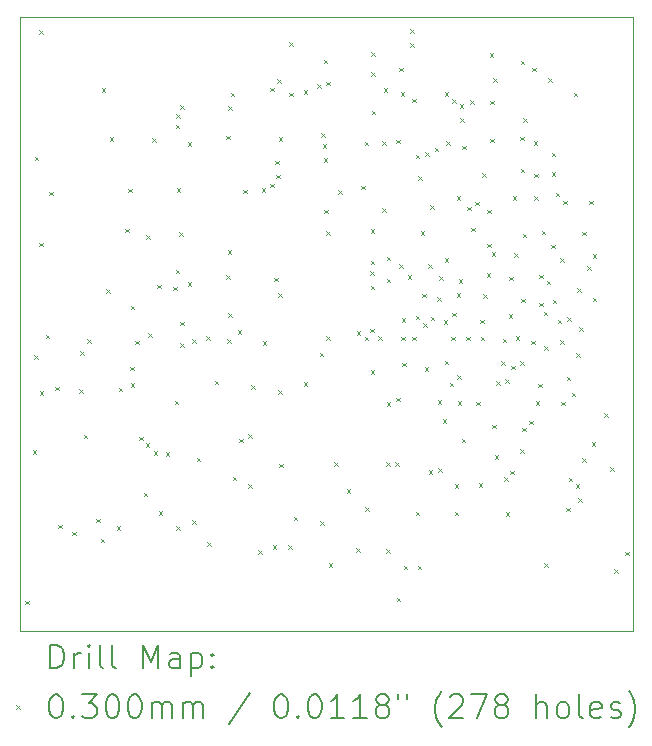
<source format=gbr>
%TF.GenerationSoftware,KiCad,Pcbnew,8.0.7*%
%TF.CreationDate,2025-01-04T02:12:27-08:00*%
%TF.ProjectId,PCB,5043422e-6b69-4636-9164-5f7063625858,rev?*%
%TF.SameCoordinates,Original*%
%TF.FileFunction,Drillmap*%
%TF.FilePolarity,Positive*%
%FSLAX45Y45*%
G04 Gerber Fmt 4.5, Leading zero omitted, Abs format (unit mm)*
G04 Created by KiCad (PCBNEW 8.0.7) date 2025-01-04 02:12:27*
%MOMM*%
%LPD*%
G01*
G04 APERTURE LIST*
%ADD10C,0.050000*%
%ADD11C,0.200000*%
%ADD12C,0.100000*%
G04 APERTURE END LIST*
D10*
X2003000Y-1515000D02*
X7191000Y-1515000D01*
X7191000Y-6713000D01*
X2003000Y-6713000D01*
X2003000Y-1515000D01*
D11*
D12*
X2048610Y-6452960D02*
X2078610Y-6482960D01*
X2078610Y-6452960D02*
X2048610Y-6482960D01*
X2111590Y-5181420D02*
X2141590Y-5211420D01*
X2141590Y-5181420D02*
X2111590Y-5211420D01*
X2122470Y-4375820D02*
X2152470Y-4405820D01*
X2152470Y-4375820D02*
X2122470Y-4405820D01*
X2128720Y-2693660D02*
X2158720Y-2723660D01*
X2158720Y-2693660D02*
X2128720Y-2723660D01*
X2168330Y-1621910D02*
X2198330Y-1651910D01*
X2198330Y-1621910D02*
X2168330Y-1651910D01*
X2168330Y-3423670D02*
X2198330Y-3453670D01*
X2198330Y-3423670D02*
X2168330Y-3453670D01*
X2170500Y-4680210D02*
X2200500Y-4710210D01*
X2200500Y-4680210D02*
X2170500Y-4710210D01*
X2221610Y-4202440D02*
X2251610Y-4232440D01*
X2251610Y-4202440D02*
X2221610Y-4232440D01*
X2253020Y-2991820D02*
X2283020Y-3021820D01*
X2283020Y-2991820D02*
X2253020Y-3021820D01*
X2303590Y-4642360D02*
X2333590Y-4672360D01*
X2333590Y-4642360D02*
X2303590Y-4672360D01*
X2325680Y-5811050D02*
X2355680Y-5841050D01*
X2355680Y-5811050D02*
X2325680Y-5841050D01*
X2443250Y-5869220D02*
X2473250Y-5899220D01*
X2473250Y-5869220D02*
X2443250Y-5899220D01*
X2505890Y-4663120D02*
X2535890Y-4693120D01*
X2535890Y-4663120D02*
X2505890Y-4693120D01*
X2513450Y-4343540D02*
X2543450Y-4373540D01*
X2543450Y-4343540D02*
X2513450Y-4373540D01*
X2544160Y-5049640D02*
X2574160Y-5079640D01*
X2574160Y-5049640D02*
X2544160Y-5079640D01*
X2573330Y-4238850D02*
X2603330Y-4268850D01*
X2603330Y-4238850D02*
X2573330Y-4268850D01*
X2648940Y-5757970D02*
X2678940Y-5787970D01*
X2678940Y-5757970D02*
X2648940Y-5787970D01*
X2685610Y-5929310D02*
X2715610Y-5959310D01*
X2715610Y-5929310D02*
X2685610Y-5959310D01*
X2695420Y-2115110D02*
X2725420Y-2145110D01*
X2725420Y-2115110D02*
X2695420Y-2145110D01*
X2734120Y-3818630D02*
X2764120Y-3848630D01*
X2764120Y-3818630D02*
X2734120Y-3848630D01*
X2761380Y-2527500D02*
X2791380Y-2557500D01*
X2791380Y-2527500D02*
X2761380Y-2557500D01*
X2821500Y-5822540D02*
X2851500Y-5852540D01*
X2851500Y-5822540D02*
X2821500Y-5852540D01*
X2838750Y-4648680D02*
X2868750Y-4678680D01*
X2868750Y-4648680D02*
X2838750Y-4678680D01*
X2892370Y-3305010D02*
X2922370Y-3335010D01*
X2922370Y-3305010D02*
X2892370Y-3335010D01*
X2920000Y-2966560D02*
X2950000Y-2996560D01*
X2950000Y-2966560D02*
X2920000Y-2996560D01*
X2938390Y-4472970D02*
X2968390Y-4502970D01*
X2968390Y-4472970D02*
X2938390Y-4502970D01*
X2939330Y-3957060D02*
X2969330Y-3987060D01*
X2969330Y-3957060D02*
X2939330Y-3987060D01*
X2940160Y-4612840D02*
X2970160Y-4642840D01*
X2970160Y-4612840D02*
X2940160Y-4642840D01*
X2978330Y-4251400D02*
X3008330Y-4281400D01*
X3008330Y-4251400D02*
X2978330Y-4281400D01*
X3014610Y-5065780D02*
X3044610Y-5095780D01*
X3044610Y-5065780D02*
X3014610Y-5095780D01*
X3051500Y-5540770D02*
X3081500Y-5570770D01*
X3081500Y-5540770D02*
X3051500Y-5570770D01*
X3069000Y-5122140D02*
X3099000Y-5152140D01*
X3099000Y-5122140D02*
X3069000Y-5152140D01*
X3070520Y-3361050D02*
X3100520Y-3391050D01*
X3100520Y-3361050D02*
X3070520Y-3391050D01*
X3090370Y-4191180D02*
X3120370Y-4221180D01*
X3120370Y-4191180D02*
X3090370Y-4221180D01*
X3123900Y-2540190D02*
X3153900Y-2570190D01*
X3153900Y-2540190D02*
X3123900Y-2570190D01*
X3135640Y-5188770D02*
X3165640Y-5218770D01*
X3165640Y-5188770D02*
X3135640Y-5218770D01*
X3164730Y-3779730D02*
X3194730Y-3809730D01*
X3194730Y-3779730D02*
X3164730Y-3809730D01*
X3176490Y-5696730D02*
X3206490Y-5726730D01*
X3206490Y-5696730D02*
X3176490Y-5726730D01*
X3237430Y-5198500D02*
X3267430Y-5228500D01*
X3267430Y-5198500D02*
X3237430Y-5228500D01*
X3299980Y-3794910D02*
X3329980Y-3824910D01*
X3329980Y-3794910D02*
X3299980Y-3824910D01*
X3312970Y-4761420D02*
X3342970Y-4791420D01*
X3342970Y-4761420D02*
X3312970Y-4791420D01*
X3320370Y-2423580D02*
X3350370Y-2453580D01*
X3350370Y-2423580D02*
X3320370Y-2453580D01*
X3322430Y-3652710D02*
X3352430Y-3682710D01*
X3352430Y-3652710D02*
X3322430Y-3682710D01*
X3324630Y-2335140D02*
X3354630Y-2365140D01*
X3354630Y-2335140D02*
X3324630Y-2365140D01*
X3327520Y-5821200D02*
X3357520Y-5851200D01*
X3357520Y-5821200D02*
X3327520Y-5851200D01*
X3330640Y-2963470D02*
X3360640Y-2993470D01*
X3360640Y-2963470D02*
X3330640Y-2993470D01*
X3353570Y-3331930D02*
X3383570Y-3361930D01*
X3383570Y-3331930D02*
X3353570Y-3361930D01*
X3358170Y-2258110D02*
X3388170Y-2288110D01*
X3388170Y-2258110D02*
X3358170Y-2288110D01*
X3361970Y-4091200D02*
X3391970Y-4121200D01*
X3391970Y-4091200D02*
X3361970Y-4121200D01*
X3361970Y-4272350D02*
X3391970Y-4302350D01*
X3391970Y-4272350D02*
X3361970Y-4302350D01*
X3423270Y-3757140D02*
X3453270Y-3787140D01*
X3453270Y-3757140D02*
X3423270Y-3787140D01*
X3424800Y-2573090D02*
X3454800Y-2603090D01*
X3454800Y-2573090D02*
X3424800Y-2603090D01*
X3462010Y-5771620D02*
X3492010Y-5801620D01*
X3492010Y-5771620D02*
X3462010Y-5801620D01*
X3463040Y-4240000D02*
X3493040Y-4270000D01*
X3493040Y-4240000D02*
X3463040Y-4270000D01*
X3500300Y-5244380D02*
X3530300Y-5274380D01*
X3530300Y-5244380D02*
X3500300Y-5274380D01*
X3579390Y-4214190D02*
X3609390Y-4244190D01*
X3609390Y-4214190D02*
X3579390Y-4244190D01*
X3586370Y-5959100D02*
X3616370Y-5989100D01*
X3616370Y-5959100D02*
X3586370Y-5989100D01*
X3651110Y-4591070D02*
X3681110Y-4621070D01*
X3681110Y-4591070D02*
X3651110Y-4621070D01*
X3747220Y-2518500D02*
X3777220Y-2548500D01*
X3777220Y-2518500D02*
X3747220Y-2548500D01*
X3750080Y-3697810D02*
X3780080Y-3727810D01*
X3780080Y-3697810D02*
X3750080Y-3727810D01*
X3756790Y-4239140D02*
X3786790Y-4269140D01*
X3786790Y-4239140D02*
X3756790Y-4269140D01*
X3760730Y-3486160D02*
X3790730Y-3516160D01*
X3790730Y-3486160D02*
X3760730Y-3516160D01*
X3764880Y-4019320D02*
X3794880Y-4049320D01*
X3794880Y-4019320D02*
X3764880Y-4049320D01*
X3766460Y-2268200D02*
X3796460Y-2298200D01*
X3796460Y-2268200D02*
X3766460Y-2298200D01*
X3788330Y-2151850D02*
X3818330Y-2181850D01*
X3818330Y-2151850D02*
X3788330Y-2181850D01*
X3803290Y-5403540D02*
X3833290Y-5433540D01*
X3833290Y-5403540D02*
X3803290Y-5433540D01*
X3847340Y-4165140D02*
X3877340Y-4195140D01*
X3877340Y-4165140D02*
X3847340Y-4195140D01*
X3861550Y-5082600D02*
X3891550Y-5112600D01*
X3891550Y-5082600D02*
X3861550Y-5112600D01*
X3891730Y-2972200D02*
X3921730Y-3002200D01*
X3921730Y-2972200D02*
X3891730Y-3002200D01*
X3934440Y-5465650D02*
X3964440Y-5495650D01*
X3964440Y-5465650D02*
X3934440Y-5495650D01*
X3937190Y-5044270D02*
X3967190Y-5074270D01*
X3967190Y-5044270D02*
X3937190Y-5074270D01*
X3961630Y-4629410D02*
X3991630Y-4659410D01*
X3991630Y-4629410D02*
X3961630Y-4659410D01*
X4021500Y-6024310D02*
X4051500Y-6054310D01*
X4051500Y-6024310D02*
X4021500Y-6054310D01*
X4051810Y-2961410D02*
X4081810Y-2991410D01*
X4081810Y-2961410D02*
X4051810Y-2991410D01*
X4060070Y-4258540D02*
X4090070Y-4288540D01*
X4090070Y-4258540D02*
X4060070Y-4288540D01*
X4120910Y-2109190D02*
X4150910Y-2139190D01*
X4150910Y-2109190D02*
X4120910Y-2139190D01*
X4123730Y-2921470D02*
X4153730Y-2951470D01*
X4153730Y-2921470D02*
X4123730Y-2951470D01*
X4141620Y-5986140D02*
X4171620Y-6016140D01*
X4171620Y-5986140D02*
X4141620Y-6016140D01*
X4154030Y-3718230D02*
X4184030Y-3748230D01*
X4184030Y-3718230D02*
X4154030Y-3748230D01*
X4164400Y-2728510D02*
X4194400Y-2758510D01*
X4194400Y-2728510D02*
X4164400Y-2758510D01*
X4173280Y-2845130D02*
X4203280Y-2875130D01*
X4203280Y-2845130D02*
X4173280Y-2875130D01*
X4179140Y-2037370D02*
X4209140Y-2067370D01*
X4209140Y-2037370D02*
X4179140Y-2067370D01*
X4189000Y-3848600D02*
X4219000Y-3878600D01*
X4219000Y-3848600D02*
X4189000Y-3878600D01*
X4191020Y-4670340D02*
X4221020Y-4700340D01*
X4221020Y-4670340D02*
X4191020Y-4700340D01*
X4193330Y-2528440D02*
X4223330Y-2558440D01*
X4223330Y-2528440D02*
X4193330Y-2558440D01*
X4200050Y-5292970D02*
X4230050Y-5322970D01*
X4230050Y-5292970D02*
X4200050Y-5322970D01*
X4276410Y-5986140D02*
X4306410Y-6016140D01*
X4306410Y-5986140D02*
X4276410Y-6016140D01*
X4280750Y-2153780D02*
X4310750Y-2183780D01*
X4310750Y-2153780D02*
X4280750Y-2183780D01*
X4280820Y-1726000D02*
X4310820Y-1756000D01*
X4310820Y-1726000D02*
X4280820Y-1756000D01*
X4322000Y-5743310D02*
X4352000Y-5773310D01*
X4352000Y-5743310D02*
X4322000Y-5773310D01*
X4403830Y-2133180D02*
X4433830Y-2163180D01*
X4433830Y-2133180D02*
X4403830Y-2163180D01*
X4407150Y-4605620D02*
X4437150Y-4635620D01*
X4437150Y-4605620D02*
X4407150Y-4635620D01*
X4519430Y-2079770D02*
X4549430Y-2109770D01*
X4549430Y-2079770D02*
X4519430Y-2109770D01*
X4539570Y-4352510D02*
X4569570Y-4382510D01*
X4569570Y-4352510D02*
X4539570Y-4382510D01*
X4543090Y-5782410D02*
X4573090Y-5812410D01*
X4573090Y-5782410D02*
X4543090Y-5812410D01*
X4554810Y-2495010D02*
X4584810Y-2525010D01*
X4584810Y-2495010D02*
X4554810Y-2525010D01*
X4566280Y-2588740D02*
X4596280Y-2618740D01*
X4596280Y-2588740D02*
X4566280Y-2618740D01*
X4574640Y-2708010D02*
X4604640Y-2738010D01*
X4604640Y-2708010D02*
X4574640Y-2738010D01*
X4576540Y-1872680D02*
X4606540Y-1902680D01*
X4606540Y-1872680D02*
X4576540Y-1902680D01*
X4578140Y-3143430D02*
X4608140Y-3173430D01*
X4608140Y-3143430D02*
X4578140Y-3173430D01*
X4595240Y-3323620D02*
X4625240Y-3353620D01*
X4625240Y-3323620D02*
X4595240Y-3353620D01*
X4598330Y-2060630D02*
X4628330Y-2090630D01*
X4628330Y-2060630D02*
X4598330Y-2090630D01*
X4598330Y-4212310D02*
X4628330Y-4242310D01*
X4628330Y-4212310D02*
X4598330Y-4242310D01*
X4616490Y-6135850D02*
X4646490Y-6165850D01*
X4646490Y-6135850D02*
X4616490Y-6165850D01*
X4665700Y-5279210D02*
X4695700Y-5309210D01*
X4695700Y-5279210D02*
X4665700Y-5309210D01*
X4698780Y-2979640D02*
X4728780Y-3009640D01*
X4728780Y-2979640D02*
X4698780Y-3009640D01*
X4769740Y-5510070D02*
X4799740Y-5540070D01*
X4799740Y-5510070D02*
X4769740Y-5540070D01*
X4850730Y-6007050D02*
X4880730Y-6037050D01*
X4880730Y-6007050D02*
X4850730Y-6037050D01*
X4855470Y-4173930D02*
X4885470Y-4203930D01*
X4885470Y-4173930D02*
X4855470Y-4203930D01*
X4891470Y-2940090D02*
X4921470Y-2970090D01*
X4921470Y-2940090D02*
X4891470Y-2970090D01*
X4922960Y-2567630D02*
X4952960Y-2597630D01*
X4952960Y-2567630D02*
X4922960Y-2597630D01*
X4923250Y-4219840D02*
X4953250Y-4249840D01*
X4953250Y-4219840D02*
X4923250Y-4249840D01*
X4927440Y-5661680D02*
X4957440Y-5691680D01*
X4957440Y-5661680D02*
X4927440Y-5691680D01*
X4966840Y-4149720D02*
X4996840Y-4179720D01*
X4996840Y-4149720D02*
X4966840Y-4179720D01*
X4968450Y-3666020D02*
X4998450Y-3696020D01*
X4998450Y-3666020D02*
X4968450Y-3696020D01*
X4972440Y-4499980D02*
X5002440Y-4529980D01*
X5002440Y-4499980D02*
X4972440Y-4529980D01*
X4972530Y-3788720D02*
X5002530Y-3818720D01*
X5002530Y-3788720D02*
X4972530Y-3818720D01*
X4973440Y-3307190D02*
X5003440Y-3337190D01*
X5003440Y-3307190D02*
X4973440Y-3337190D01*
X4973440Y-3574650D02*
X5003440Y-3604650D01*
X5003440Y-3574650D02*
X4973440Y-3604650D01*
X4974830Y-1810180D02*
X5004830Y-1840180D01*
X5004830Y-1810180D02*
X4974830Y-1840180D01*
X4978920Y-1977780D02*
X5008920Y-2007780D01*
X5008920Y-1977780D02*
X4978920Y-2007780D01*
X4980470Y-2303200D02*
X5010470Y-2333200D01*
X5010470Y-2303200D02*
X4980470Y-2333200D01*
X5037980Y-4216260D02*
X5067980Y-4246260D01*
X5067980Y-4216260D02*
X5037980Y-4246260D01*
X5069900Y-3129200D02*
X5099900Y-3159200D01*
X5099900Y-3129200D02*
X5069900Y-3159200D01*
X5072140Y-2561570D02*
X5102140Y-2591570D01*
X5102140Y-2561570D02*
X5072140Y-2591570D01*
X5081510Y-2113010D02*
X5111510Y-2143010D01*
X5111510Y-2113010D02*
X5081510Y-2143010D01*
X5103660Y-5279210D02*
X5133660Y-5309210D01*
X5133660Y-5279210D02*
X5103660Y-5309210D01*
X5103660Y-6018420D02*
X5133660Y-6048420D01*
X5133660Y-6018420D02*
X5103660Y-6048420D01*
X5108500Y-3541930D02*
X5138500Y-3571930D01*
X5138500Y-3541930D02*
X5108500Y-3571930D01*
X5108500Y-3727100D02*
X5138500Y-3757100D01*
X5138500Y-3727100D02*
X5108500Y-3757100D01*
X5108500Y-4773870D02*
X5138500Y-4803870D01*
X5138500Y-4773870D02*
X5108500Y-4803870D01*
X5181840Y-5279210D02*
X5211840Y-5309210D01*
X5211840Y-5279210D02*
X5181840Y-5309210D01*
X5188500Y-2549560D02*
X5218500Y-2579560D01*
X5218500Y-2549560D02*
X5188500Y-2579560D01*
X5188860Y-4733780D02*
X5218860Y-4763780D01*
X5218860Y-4733780D02*
X5188860Y-4763780D01*
X5193830Y-6428150D02*
X5223830Y-6458150D01*
X5223830Y-6428150D02*
X5193830Y-6458150D01*
X5212270Y-1941230D02*
X5242270Y-1971230D01*
X5242270Y-1941230D02*
X5212270Y-1971230D01*
X5212970Y-3606230D02*
X5242970Y-3636230D01*
X5242970Y-3606230D02*
X5212970Y-3636230D01*
X5225850Y-2148600D02*
X5255850Y-2178600D01*
X5255850Y-2148600D02*
X5225850Y-2178600D01*
X5232770Y-4216710D02*
X5262770Y-4246710D01*
X5262770Y-4216710D02*
X5232770Y-4246710D01*
X5233980Y-4061680D02*
X5263980Y-4091680D01*
X5263980Y-4061680D02*
X5233980Y-4091680D01*
X5238750Y-4438940D02*
X5268750Y-4468940D01*
X5268750Y-4438940D02*
X5238750Y-4468940D01*
X5252830Y-6159120D02*
X5282830Y-6189120D01*
X5282830Y-6159120D02*
X5252830Y-6189120D01*
X5285600Y-3699170D02*
X5315600Y-3729170D01*
X5315600Y-3699170D02*
X5285600Y-3729170D01*
X5305410Y-1616070D02*
X5335410Y-1646070D01*
X5335410Y-1616070D02*
X5305410Y-1646070D01*
X5305410Y-1732920D02*
X5335410Y-1762920D01*
X5335410Y-1732920D02*
X5305410Y-1762920D01*
X5322150Y-4216710D02*
X5352150Y-4246710D01*
X5352150Y-4216710D02*
X5322150Y-4246710D01*
X5324440Y-2202130D02*
X5354440Y-2232130D01*
X5354440Y-2202130D02*
X5324440Y-2232130D01*
X5353010Y-5699850D02*
X5383010Y-5729850D01*
X5383010Y-5699850D02*
X5353010Y-5729850D01*
X5353460Y-2676730D02*
X5383460Y-2706730D01*
X5383460Y-2676730D02*
X5353460Y-2706730D01*
X5353500Y-4041360D02*
X5383500Y-4071360D01*
X5383500Y-4041360D02*
X5353500Y-4071360D01*
X5370370Y-6159120D02*
X5400370Y-6189120D01*
X5400370Y-6159120D02*
X5370370Y-6189120D01*
X5373170Y-2861470D02*
X5403170Y-2891470D01*
X5403170Y-2861470D02*
X5373170Y-2891470D01*
X5395380Y-3325460D02*
X5425380Y-3355460D01*
X5425380Y-3325460D02*
X5395380Y-3355460D01*
X5408770Y-3852890D02*
X5438770Y-3882890D01*
X5438770Y-3852890D02*
X5408770Y-3882890D01*
X5418380Y-4106270D02*
X5448380Y-4136270D01*
X5448380Y-4106270D02*
X5418380Y-4136270D01*
X5429930Y-4478590D02*
X5459930Y-4508590D01*
X5459930Y-4478590D02*
X5429930Y-4508590D01*
X5435580Y-2655040D02*
X5465580Y-2685040D01*
X5465580Y-2655040D02*
X5435580Y-2685040D01*
X5461170Y-3606190D02*
X5491170Y-3636190D01*
X5491170Y-3606190D02*
X5461170Y-3636190D01*
X5463920Y-5346780D02*
X5493920Y-5376780D01*
X5493920Y-5346780D02*
X5463920Y-5376780D01*
X5477910Y-3104470D02*
X5507910Y-3134470D01*
X5507910Y-3104470D02*
X5477910Y-3134470D01*
X5479900Y-4050240D02*
X5509900Y-4080240D01*
X5509900Y-4050240D02*
X5479900Y-4080240D01*
X5516250Y-2618090D02*
X5546250Y-2648090D01*
X5546250Y-2618090D02*
X5516250Y-2648090D01*
X5534500Y-3884050D02*
X5564500Y-3914050D01*
X5564500Y-3884050D02*
X5534500Y-3914050D01*
X5540490Y-4754530D02*
X5570490Y-4784530D01*
X5570490Y-4754530D02*
X5540490Y-4784530D01*
X5542100Y-5330420D02*
X5572100Y-5360420D01*
X5572100Y-5330420D02*
X5542100Y-5360420D01*
X5551100Y-3708170D02*
X5581100Y-3738170D01*
X5581100Y-3708170D02*
X5551100Y-3738170D01*
X5582060Y-4916410D02*
X5612060Y-4946410D01*
X5612060Y-4916410D02*
X5582060Y-4946410D01*
X5591950Y-4077720D02*
X5621950Y-4107720D01*
X5621950Y-4077720D02*
X5591950Y-4107720D01*
X5598500Y-3553320D02*
X5628500Y-3583320D01*
X5628500Y-3553320D02*
X5598500Y-3583320D01*
X5598500Y-4420370D02*
X5628500Y-4450370D01*
X5628500Y-4420370D02*
X5598500Y-4450370D01*
X5598940Y-2149850D02*
X5628940Y-2179850D01*
X5628940Y-2149850D02*
X5598940Y-2179850D01*
X5612750Y-2562990D02*
X5642750Y-2592990D01*
X5642750Y-2562990D02*
X5612750Y-2592990D01*
X5641330Y-4607680D02*
X5671330Y-4637680D01*
X5671330Y-4607680D02*
X5641330Y-4637680D01*
X5653400Y-4216710D02*
X5683400Y-4246710D01*
X5683400Y-4216710D02*
X5653400Y-4246710D01*
X5660630Y-2206010D02*
X5690630Y-2236010D01*
X5690630Y-2206010D02*
X5660630Y-2236010D01*
X5664500Y-4016140D02*
X5694500Y-4046140D01*
X5694500Y-4016140D02*
X5664500Y-4046140D01*
X5682720Y-5469000D02*
X5712720Y-5499000D01*
X5712720Y-5469000D02*
X5682720Y-5499000D01*
X5682720Y-5699850D02*
X5712720Y-5729850D01*
X5712720Y-5699850D02*
X5682720Y-5729850D01*
X5700540Y-3028340D02*
X5730540Y-3058340D01*
X5730540Y-3028340D02*
X5700540Y-3058340D01*
X5701340Y-3848640D02*
X5731340Y-3878640D01*
X5731340Y-3848640D02*
X5701340Y-3878640D01*
X5705800Y-4546600D02*
X5735800Y-4576600D01*
X5735800Y-4546600D02*
X5705800Y-4576600D01*
X5710320Y-4765060D02*
X5740320Y-4795060D01*
X5740320Y-4765060D02*
X5710320Y-4795060D01*
X5718280Y-3729690D02*
X5748280Y-3759690D01*
X5748280Y-3729690D02*
X5718280Y-3759690D01*
X5726770Y-2250450D02*
X5756770Y-2280450D01*
X5756770Y-2250450D02*
X5726770Y-2280450D01*
X5729060Y-2369670D02*
X5759060Y-2399670D01*
X5759060Y-2369670D02*
X5729060Y-2399670D01*
X5743560Y-5081390D02*
X5773560Y-5111390D01*
X5773560Y-5081390D02*
X5743560Y-5111390D01*
X5745480Y-2600060D02*
X5775480Y-2630060D01*
X5775480Y-2600060D02*
X5745480Y-2630060D01*
X5779500Y-4216710D02*
X5809500Y-4246710D01*
X5809500Y-4216710D02*
X5779500Y-4246710D01*
X5791900Y-3119750D02*
X5821900Y-3149750D01*
X5821900Y-3119750D02*
X5791900Y-3149750D01*
X5813890Y-2214730D02*
X5843890Y-2244730D01*
X5843890Y-2214730D02*
X5813890Y-2244730D01*
X5822030Y-3296490D02*
X5852030Y-3326490D01*
X5852030Y-3296490D02*
X5822030Y-3326490D01*
X5857560Y-3074850D02*
X5887560Y-3104850D01*
X5887560Y-3074850D02*
X5857560Y-3104850D01*
X5866870Y-4770460D02*
X5896870Y-4800460D01*
X5896870Y-4770460D02*
X5866870Y-4800460D01*
X5886400Y-5457930D02*
X5916400Y-5487930D01*
X5916400Y-5457930D02*
X5886400Y-5487930D01*
X5901760Y-4074430D02*
X5931760Y-4104430D01*
X5931760Y-4074430D02*
X5901760Y-4104430D01*
X5903550Y-4216710D02*
X5933550Y-4246710D01*
X5933550Y-4216710D02*
X5903550Y-4246710D01*
X5916040Y-2833770D02*
X5946040Y-2863770D01*
X5946040Y-2833770D02*
X5916040Y-2863770D01*
X5927260Y-3859320D02*
X5957260Y-3889320D01*
X5957260Y-3859320D02*
X5927260Y-3889320D01*
X5953110Y-3680760D02*
X5983110Y-3710760D01*
X5983110Y-3680760D02*
X5953110Y-3710760D01*
X5956920Y-3432420D02*
X5986920Y-3462420D01*
X5986920Y-3432420D02*
X5956920Y-3462420D01*
X5960730Y-3143590D02*
X5990730Y-3173590D01*
X5990730Y-3143590D02*
X5960730Y-3173590D01*
X5981510Y-1819520D02*
X6011510Y-1849520D01*
X6011510Y-1819520D02*
X5981510Y-1849520D01*
X5983100Y-2221360D02*
X6013100Y-2251360D01*
X6013100Y-2221360D02*
X5983100Y-2251360D01*
X5983100Y-2541840D02*
X6013100Y-2571840D01*
X6013100Y-2541840D02*
X5983100Y-2571840D01*
X5998960Y-3503880D02*
X6028960Y-3533880D01*
X6028960Y-3503880D02*
X5998960Y-3533880D01*
X6002240Y-4962670D02*
X6032240Y-4992670D01*
X6032240Y-4962670D02*
X6002240Y-4992670D01*
X6011090Y-2028120D02*
X6041090Y-2058120D01*
X6041090Y-2028120D02*
X6011090Y-2058120D01*
X6022830Y-5223340D02*
X6052830Y-5253340D01*
X6052830Y-5223340D02*
X6022830Y-5253340D01*
X6033390Y-4593820D02*
X6063390Y-4623820D01*
X6063390Y-4593820D02*
X6033390Y-4623820D01*
X6077420Y-4425220D02*
X6107420Y-4455220D01*
X6107420Y-4425220D02*
X6077420Y-4455220D01*
X6088500Y-4235500D02*
X6118500Y-4265500D01*
X6118500Y-4235500D02*
X6088500Y-4265500D01*
X6104380Y-5410300D02*
X6134380Y-5440300D01*
X6134380Y-5410300D02*
X6104380Y-5440300D01*
X6111570Y-4579740D02*
X6141570Y-4609740D01*
X6141570Y-4579740D02*
X6111570Y-4609740D01*
X6117250Y-5706630D02*
X6147250Y-5736630D01*
X6147250Y-5706630D02*
X6117250Y-5736630D01*
X6141630Y-4026130D02*
X6171630Y-4056130D01*
X6171630Y-4026130D02*
X6141630Y-4056130D01*
X6147560Y-3710110D02*
X6177560Y-3740110D01*
X6177560Y-3710110D02*
X6147560Y-3740110D01*
X6155840Y-5351190D02*
X6185840Y-5381190D01*
X6185840Y-5351190D02*
X6155840Y-5381190D01*
X6160510Y-4462410D02*
X6190510Y-4492410D01*
X6190510Y-4462410D02*
X6160510Y-4492410D01*
X6175060Y-3027330D02*
X6205060Y-3057330D01*
X6205060Y-3027330D02*
X6175060Y-3057330D01*
X6185900Y-3511780D02*
X6215900Y-3541780D01*
X6215900Y-3511780D02*
X6185900Y-3541780D01*
X6198890Y-4212610D02*
X6228890Y-4242610D01*
X6228890Y-4212610D02*
X6198890Y-4242610D01*
X6236760Y-4426510D02*
X6266760Y-4456510D01*
X6266760Y-4426510D02*
X6236760Y-4456510D01*
X6239790Y-2526720D02*
X6269790Y-2556720D01*
X6269790Y-2526720D02*
X6239790Y-2556720D01*
X6240600Y-5172400D02*
X6270600Y-5202400D01*
X6270600Y-5172400D02*
X6240600Y-5202400D01*
X6241870Y-2798080D02*
X6271870Y-2828080D01*
X6271870Y-2798080D02*
X6241870Y-2828080D01*
X6244710Y-1880610D02*
X6274710Y-1910610D01*
X6274710Y-1880610D02*
X6244710Y-1910610D01*
X6244820Y-3896740D02*
X6274820Y-3926740D01*
X6274820Y-3896740D02*
X6244820Y-3926740D01*
X6255970Y-4989390D02*
X6285970Y-5019390D01*
X6285970Y-4989390D02*
X6255970Y-5019390D01*
X6258250Y-3348400D02*
X6288250Y-3378400D01*
X6288250Y-3348400D02*
X6258250Y-3378400D01*
X6262130Y-2369520D02*
X6292130Y-2399520D01*
X6292130Y-2369520D02*
X6262130Y-2399520D01*
X6315850Y-4929500D02*
X6345850Y-4959500D01*
X6345850Y-4929500D02*
X6315850Y-4959500D01*
X6333500Y-4253200D02*
X6363500Y-4283200D01*
X6363500Y-4253200D02*
X6333500Y-4283200D01*
X6338650Y-1941230D02*
X6368650Y-1971230D01*
X6368650Y-1941230D02*
X6338650Y-1971230D01*
X6352830Y-2563130D02*
X6382830Y-2593130D01*
X6382830Y-2563130D02*
X6352830Y-2593130D01*
X6355250Y-2837110D02*
X6385250Y-2867110D01*
X6385250Y-2837110D02*
X6355250Y-2867110D01*
X6355250Y-3028990D02*
X6385250Y-3058990D01*
X6385250Y-3028990D02*
X6355250Y-3058990D01*
X6368210Y-4766460D02*
X6398210Y-4796460D01*
X6398210Y-4766460D02*
X6368210Y-4796460D01*
X6392060Y-4616270D02*
X6422060Y-4646270D01*
X6422060Y-4616270D02*
X6392060Y-4646270D01*
X6397690Y-3692270D02*
X6427690Y-3722270D01*
X6427690Y-3692270D02*
X6397690Y-3722270D01*
X6398920Y-3929600D02*
X6428920Y-3959600D01*
X6428920Y-3929600D02*
X6398920Y-3959600D01*
X6422080Y-3322710D02*
X6452080Y-3352710D01*
X6452080Y-3322710D02*
X6422080Y-3352710D01*
X6435620Y-4005750D02*
X6465620Y-4035750D01*
X6465620Y-4005750D02*
X6435620Y-4035750D01*
X6439570Y-6134840D02*
X6469570Y-6164840D01*
X6469570Y-6134840D02*
X6439570Y-6164840D01*
X6442780Y-4299430D02*
X6472780Y-4329430D01*
X6472780Y-4299430D02*
X6442780Y-4329430D01*
X6461220Y-3744390D02*
X6491220Y-3774390D01*
X6491220Y-3744390D02*
X6461220Y-3774390D01*
X6474610Y-2028120D02*
X6504610Y-2058120D01*
X6504610Y-2028120D02*
X6474610Y-2058120D01*
X6502480Y-3440030D02*
X6532480Y-3470030D01*
X6532480Y-3440030D02*
X6502480Y-3470030D01*
X6505060Y-2662320D02*
X6535060Y-2692320D01*
X6535060Y-2662320D02*
X6505060Y-2692320D01*
X6507100Y-2825060D02*
X6537100Y-2855060D01*
X6537100Y-2825060D02*
X6507100Y-2855060D01*
X6514500Y-3904110D02*
X6544500Y-3934110D01*
X6544500Y-3904110D02*
X6514500Y-3934110D01*
X6540690Y-2999230D02*
X6570690Y-3029230D01*
X6570690Y-2999230D02*
X6540690Y-3029230D01*
X6556710Y-4075940D02*
X6586710Y-4105940D01*
X6586710Y-4075940D02*
X6556710Y-4105940D01*
X6578500Y-3553870D02*
X6608500Y-3583870D01*
X6608500Y-3553870D02*
X6578500Y-3583870D01*
X6578500Y-4246950D02*
X6608500Y-4276950D01*
X6608500Y-4246950D02*
X6578500Y-4276950D01*
X6586460Y-4769290D02*
X6616460Y-4799290D01*
X6616460Y-4769290D02*
X6586460Y-4799290D01*
X6601320Y-3068270D02*
X6631320Y-3098270D01*
X6631320Y-3068270D02*
X6601320Y-3098270D01*
X6629040Y-5666840D02*
X6659040Y-5696840D01*
X6659040Y-5666840D02*
X6629040Y-5696840D01*
X6630650Y-4559090D02*
X6660650Y-4589090D01*
X6660650Y-4559090D02*
X6630650Y-4589090D01*
X6634890Y-4054040D02*
X6664890Y-4084040D01*
X6664890Y-4054040D02*
X6634890Y-4084040D01*
X6650540Y-5412950D02*
X6680540Y-5442950D01*
X6680540Y-5412950D02*
X6650540Y-5442950D01*
X6674530Y-4692820D02*
X6704530Y-4722820D01*
X6704530Y-4692820D02*
X6674530Y-4722820D01*
X6690130Y-2152290D02*
X6720130Y-2182290D01*
X6720130Y-2152290D02*
X6690130Y-2182290D01*
X6706880Y-5467180D02*
X6736880Y-5497180D01*
X6736880Y-5467180D02*
X6706880Y-5497180D01*
X6711180Y-4359620D02*
X6741180Y-4389620D01*
X6741180Y-4359620D02*
X6711180Y-4389620D01*
X6719370Y-3810020D02*
X6749370Y-3840020D01*
X6749370Y-3810020D02*
X6719370Y-3840020D01*
X6731130Y-5585380D02*
X6761130Y-5615380D01*
X6761130Y-5585380D02*
X6731130Y-5615380D01*
X6737900Y-4136530D02*
X6767900Y-4166530D01*
X6767900Y-4136530D02*
X6737900Y-4166530D01*
X6761690Y-5247920D02*
X6791690Y-5277920D01*
X6791690Y-5247920D02*
X6761690Y-5277920D01*
X6763900Y-3329850D02*
X6793900Y-3359850D01*
X6793900Y-3329850D02*
X6763900Y-3359850D01*
X6805950Y-3621410D02*
X6835950Y-3651410D01*
X6835950Y-3621410D02*
X6805950Y-3651410D01*
X6821890Y-3065390D02*
X6851890Y-3095390D01*
X6851890Y-3065390D02*
X6821890Y-3095390D01*
X6843960Y-5111660D02*
X6873960Y-5141660D01*
X6873960Y-5111660D02*
X6843960Y-5141660D01*
X6852570Y-3520220D02*
X6882570Y-3550220D01*
X6882570Y-3520220D02*
X6852570Y-3550220D01*
X6852570Y-3889490D02*
X6882570Y-3919490D01*
X6882570Y-3889490D02*
X6852570Y-3919490D01*
X6951120Y-4868190D02*
X6981120Y-4898190D01*
X6981120Y-4868190D02*
X6951120Y-4898190D01*
X7000210Y-5322090D02*
X7030210Y-5352090D01*
X7030210Y-5322090D02*
X7000210Y-5352090D01*
X7035950Y-6188780D02*
X7065950Y-6218780D01*
X7065950Y-6188780D02*
X7035950Y-6218780D01*
X7126620Y-6038500D02*
X7156620Y-6068500D01*
X7156620Y-6038500D02*
X7126620Y-6068500D01*
D11*
X2261277Y-7026984D02*
X2261277Y-6826984D01*
X2261277Y-6826984D02*
X2308896Y-6826984D01*
X2308896Y-6826984D02*
X2337467Y-6836508D01*
X2337467Y-6836508D02*
X2356515Y-6855555D01*
X2356515Y-6855555D02*
X2366039Y-6874603D01*
X2366039Y-6874603D02*
X2375563Y-6912698D01*
X2375563Y-6912698D02*
X2375563Y-6941269D01*
X2375563Y-6941269D02*
X2366039Y-6979365D01*
X2366039Y-6979365D02*
X2356515Y-6998412D01*
X2356515Y-6998412D02*
X2337467Y-7017460D01*
X2337467Y-7017460D02*
X2308896Y-7026984D01*
X2308896Y-7026984D02*
X2261277Y-7026984D01*
X2461277Y-7026984D02*
X2461277Y-6893650D01*
X2461277Y-6931746D02*
X2470801Y-6912698D01*
X2470801Y-6912698D02*
X2480324Y-6903174D01*
X2480324Y-6903174D02*
X2499372Y-6893650D01*
X2499372Y-6893650D02*
X2518420Y-6893650D01*
X2585086Y-7026984D02*
X2585086Y-6893650D01*
X2585086Y-6826984D02*
X2575563Y-6836508D01*
X2575563Y-6836508D02*
X2585086Y-6846031D01*
X2585086Y-6846031D02*
X2594610Y-6836508D01*
X2594610Y-6836508D02*
X2585086Y-6826984D01*
X2585086Y-6826984D02*
X2585086Y-6846031D01*
X2708896Y-7026984D02*
X2689848Y-7017460D01*
X2689848Y-7017460D02*
X2680324Y-6998412D01*
X2680324Y-6998412D02*
X2680324Y-6826984D01*
X2813658Y-7026984D02*
X2794610Y-7017460D01*
X2794610Y-7017460D02*
X2785086Y-6998412D01*
X2785086Y-6998412D02*
X2785086Y-6826984D01*
X3042229Y-7026984D02*
X3042229Y-6826984D01*
X3042229Y-6826984D02*
X3108896Y-6969841D01*
X3108896Y-6969841D02*
X3175562Y-6826984D01*
X3175562Y-6826984D02*
X3175562Y-7026984D01*
X3356515Y-7026984D02*
X3356515Y-6922222D01*
X3356515Y-6922222D02*
X3346991Y-6903174D01*
X3346991Y-6903174D02*
X3327943Y-6893650D01*
X3327943Y-6893650D02*
X3289848Y-6893650D01*
X3289848Y-6893650D02*
X3270801Y-6903174D01*
X3356515Y-7017460D02*
X3337467Y-7026984D01*
X3337467Y-7026984D02*
X3289848Y-7026984D01*
X3289848Y-7026984D02*
X3270801Y-7017460D01*
X3270801Y-7017460D02*
X3261277Y-6998412D01*
X3261277Y-6998412D02*
X3261277Y-6979365D01*
X3261277Y-6979365D02*
X3270801Y-6960317D01*
X3270801Y-6960317D02*
X3289848Y-6950793D01*
X3289848Y-6950793D02*
X3337467Y-6950793D01*
X3337467Y-6950793D02*
X3356515Y-6941269D01*
X3451753Y-6893650D02*
X3451753Y-7093650D01*
X3451753Y-6903174D02*
X3470801Y-6893650D01*
X3470801Y-6893650D02*
X3508896Y-6893650D01*
X3508896Y-6893650D02*
X3527943Y-6903174D01*
X3527943Y-6903174D02*
X3537467Y-6912698D01*
X3537467Y-6912698D02*
X3546991Y-6931746D01*
X3546991Y-6931746D02*
X3546991Y-6988888D01*
X3546991Y-6988888D02*
X3537467Y-7007936D01*
X3537467Y-7007936D02*
X3527943Y-7017460D01*
X3527943Y-7017460D02*
X3508896Y-7026984D01*
X3508896Y-7026984D02*
X3470801Y-7026984D01*
X3470801Y-7026984D02*
X3451753Y-7017460D01*
X3632705Y-7007936D02*
X3642229Y-7017460D01*
X3642229Y-7017460D02*
X3632705Y-7026984D01*
X3632705Y-7026984D02*
X3623182Y-7017460D01*
X3623182Y-7017460D02*
X3632705Y-7007936D01*
X3632705Y-7007936D02*
X3632705Y-7026984D01*
X3632705Y-6903174D02*
X3642229Y-6912698D01*
X3642229Y-6912698D02*
X3632705Y-6922222D01*
X3632705Y-6922222D02*
X3623182Y-6912698D01*
X3623182Y-6912698D02*
X3632705Y-6903174D01*
X3632705Y-6903174D02*
X3632705Y-6922222D01*
D12*
X1970500Y-7340500D02*
X2000500Y-7370500D01*
X2000500Y-7340500D02*
X1970500Y-7370500D01*
D11*
X2299372Y-7246984D02*
X2318420Y-7246984D01*
X2318420Y-7246984D02*
X2337467Y-7256508D01*
X2337467Y-7256508D02*
X2346991Y-7266031D01*
X2346991Y-7266031D02*
X2356515Y-7285079D01*
X2356515Y-7285079D02*
X2366039Y-7323174D01*
X2366039Y-7323174D02*
X2366039Y-7370793D01*
X2366039Y-7370793D02*
X2356515Y-7408888D01*
X2356515Y-7408888D02*
X2346991Y-7427936D01*
X2346991Y-7427936D02*
X2337467Y-7437460D01*
X2337467Y-7437460D02*
X2318420Y-7446984D01*
X2318420Y-7446984D02*
X2299372Y-7446984D01*
X2299372Y-7446984D02*
X2280324Y-7437460D01*
X2280324Y-7437460D02*
X2270801Y-7427936D01*
X2270801Y-7427936D02*
X2261277Y-7408888D01*
X2261277Y-7408888D02*
X2251753Y-7370793D01*
X2251753Y-7370793D02*
X2251753Y-7323174D01*
X2251753Y-7323174D02*
X2261277Y-7285079D01*
X2261277Y-7285079D02*
X2270801Y-7266031D01*
X2270801Y-7266031D02*
X2280324Y-7256508D01*
X2280324Y-7256508D02*
X2299372Y-7246984D01*
X2451753Y-7427936D02*
X2461277Y-7437460D01*
X2461277Y-7437460D02*
X2451753Y-7446984D01*
X2451753Y-7446984D02*
X2442229Y-7437460D01*
X2442229Y-7437460D02*
X2451753Y-7427936D01*
X2451753Y-7427936D02*
X2451753Y-7446984D01*
X2527944Y-7246984D02*
X2651753Y-7246984D01*
X2651753Y-7246984D02*
X2585086Y-7323174D01*
X2585086Y-7323174D02*
X2613658Y-7323174D01*
X2613658Y-7323174D02*
X2632705Y-7332698D01*
X2632705Y-7332698D02*
X2642229Y-7342222D01*
X2642229Y-7342222D02*
X2651753Y-7361269D01*
X2651753Y-7361269D02*
X2651753Y-7408888D01*
X2651753Y-7408888D02*
X2642229Y-7427936D01*
X2642229Y-7427936D02*
X2632705Y-7437460D01*
X2632705Y-7437460D02*
X2613658Y-7446984D01*
X2613658Y-7446984D02*
X2556515Y-7446984D01*
X2556515Y-7446984D02*
X2537467Y-7437460D01*
X2537467Y-7437460D02*
X2527944Y-7427936D01*
X2775563Y-7246984D02*
X2794610Y-7246984D01*
X2794610Y-7246984D02*
X2813658Y-7256508D01*
X2813658Y-7256508D02*
X2823182Y-7266031D01*
X2823182Y-7266031D02*
X2832705Y-7285079D01*
X2832705Y-7285079D02*
X2842229Y-7323174D01*
X2842229Y-7323174D02*
X2842229Y-7370793D01*
X2842229Y-7370793D02*
X2832705Y-7408888D01*
X2832705Y-7408888D02*
X2823182Y-7427936D01*
X2823182Y-7427936D02*
X2813658Y-7437460D01*
X2813658Y-7437460D02*
X2794610Y-7446984D01*
X2794610Y-7446984D02*
X2775563Y-7446984D01*
X2775563Y-7446984D02*
X2756515Y-7437460D01*
X2756515Y-7437460D02*
X2746991Y-7427936D01*
X2746991Y-7427936D02*
X2737467Y-7408888D01*
X2737467Y-7408888D02*
X2727944Y-7370793D01*
X2727944Y-7370793D02*
X2727944Y-7323174D01*
X2727944Y-7323174D02*
X2737467Y-7285079D01*
X2737467Y-7285079D02*
X2746991Y-7266031D01*
X2746991Y-7266031D02*
X2756515Y-7256508D01*
X2756515Y-7256508D02*
X2775563Y-7246984D01*
X2966039Y-7246984D02*
X2985086Y-7246984D01*
X2985086Y-7246984D02*
X3004134Y-7256508D01*
X3004134Y-7256508D02*
X3013658Y-7266031D01*
X3013658Y-7266031D02*
X3023182Y-7285079D01*
X3023182Y-7285079D02*
X3032705Y-7323174D01*
X3032705Y-7323174D02*
X3032705Y-7370793D01*
X3032705Y-7370793D02*
X3023182Y-7408888D01*
X3023182Y-7408888D02*
X3013658Y-7427936D01*
X3013658Y-7427936D02*
X3004134Y-7437460D01*
X3004134Y-7437460D02*
X2985086Y-7446984D01*
X2985086Y-7446984D02*
X2966039Y-7446984D01*
X2966039Y-7446984D02*
X2946991Y-7437460D01*
X2946991Y-7437460D02*
X2937467Y-7427936D01*
X2937467Y-7427936D02*
X2927943Y-7408888D01*
X2927943Y-7408888D02*
X2918420Y-7370793D01*
X2918420Y-7370793D02*
X2918420Y-7323174D01*
X2918420Y-7323174D02*
X2927943Y-7285079D01*
X2927943Y-7285079D02*
X2937467Y-7266031D01*
X2937467Y-7266031D02*
X2946991Y-7256508D01*
X2946991Y-7256508D02*
X2966039Y-7246984D01*
X3118420Y-7446984D02*
X3118420Y-7313650D01*
X3118420Y-7332698D02*
X3127943Y-7323174D01*
X3127943Y-7323174D02*
X3146991Y-7313650D01*
X3146991Y-7313650D02*
X3175563Y-7313650D01*
X3175563Y-7313650D02*
X3194610Y-7323174D01*
X3194610Y-7323174D02*
X3204134Y-7342222D01*
X3204134Y-7342222D02*
X3204134Y-7446984D01*
X3204134Y-7342222D02*
X3213658Y-7323174D01*
X3213658Y-7323174D02*
X3232705Y-7313650D01*
X3232705Y-7313650D02*
X3261277Y-7313650D01*
X3261277Y-7313650D02*
X3280324Y-7323174D01*
X3280324Y-7323174D02*
X3289848Y-7342222D01*
X3289848Y-7342222D02*
X3289848Y-7446984D01*
X3385086Y-7446984D02*
X3385086Y-7313650D01*
X3385086Y-7332698D02*
X3394610Y-7323174D01*
X3394610Y-7323174D02*
X3413658Y-7313650D01*
X3413658Y-7313650D02*
X3442229Y-7313650D01*
X3442229Y-7313650D02*
X3461277Y-7323174D01*
X3461277Y-7323174D02*
X3470801Y-7342222D01*
X3470801Y-7342222D02*
X3470801Y-7446984D01*
X3470801Y-7342222D02*
X3480324Y-7323174D01*
X3480324Y-7323174D02*
X3499372Y-7313650D01*
X3499372Y-7313650D02*
X3527943Y-7313650D01*
X3527943Y-7313650D02*
X3546991Y-7323174D01*
X3546991Y-7323174D02*
X3556515Y-7342222D01*
X3556515Y-7342222D02*
X3556515Y-7446984D01*
X3946991Y-7237460D02*
X3775563Y-7494603D01*
X4204134Y-7246984D02*
X4223182Y-7246984D01*
X4223182Y-7246984D02*
X4242229Y-7256508D01*
X4242229Y-7256508D02*
X4251753Y-7266031D01*
X4251753Y-7266031D02*
X4261277Y-7285079D01*
X4261277Y-7285079D02*
X4270801Y-7323174D01*
X4270801Y-7323174D02*
X4270801Y-7370793D01*
X4270801Y-7370793D02*
X4261277Y-7408888D01*
X4261277Y-7408888D02*
X4251753Y-7427936D01*
X4251753Y-7427936D02*
X4242229Y-7437460D01*
X4242229Y-7437460D02*
X4223182Y-7446984D01*
X4223182Y-7446984D02*
X4204134Y-7446984D01*
X4204134Y-7446984D02*
X4185086Y-7437460D01*
X4185086Y-7437460D02*
X4175563Y-7427936D01*
X4175563Y-7427936D02*
X4166039Y-7408888D01*
X4166039Y-7408888D02*
X4156515Y-7370793D01*
X4156515Y-7370793D02*
X4156515Y-7323174D01*
X4156515Y-7323174D02*
X4166039Y-7285079D01*
X4166039Y-7285079D02*
X4175563Y-7266031D01*
X4175563Y-7266031D02*
X4185086Y-7256508D01*
X4185086Y-7256508D02*
X4204134Y-7246984D01*
X4356515Y-7427936D02*
X4366039Y-7437460D01*
X4366039Y-7437460D02*
X4356515Y-7446984D01*
X4356515Y-7446984D02*
X4346991Y-7437460D01*
X4346991Y-7437460D02*
X4356515Y-7427936D01*
X4356515Y-7427936D02*
X4356515Y-7446984D01*
X4489848Y-7246984D02*
X4508896Y-7246984D01*
X4508896Y-7246984D02*
X4527944Y-7256508D01*
X4527944Y-7256508D02*
X4537468Y-7266031D01*
X4537468Y-7266031D02*
X4546991Y-7285079D01*
X4546991Y-7285079D02*
X4556515Y-7323174D01*
X4556515Y-7323174D02*
X4556515Y-7370793D01*
X4556515Y-7370793D02*
X4546991Y-7408888D01*
X4546991Y-7408888D02*
X4537468Y-7427936D01*
X4537468Y-7427936D02*
X4527944Y-7437460D01*
X4527944Y-7437460D02*
X4508896Y-7446984D01*
X4508896Y-7446984D02*
X4489848Y-7446984D01*
X4489848Y-7446984D02*
X4470801Y-7437460D01*
X4470801Y-7437460D02*
X4461277Y-7427936D01*
X4461277Y-7427936D02*
X4451753Y-7408888D01*
X4451753Y-7408888D02*
X4442229Y-7370793D01*
X4442229Y-7370793D02*
X4442229Y-7323174D01*
X4442229Y-7323174D02*
X4451753Y-7285079D01*
X4451753Y-7285079D02*
X4461277Y-7266031D01*
X4461277Y-7266031D02*
X4470801Y-7256508D01*
X4470801Y-7256508D02*
X4489848Y-7246984D01*
X4746991Y-7446984D02*
X4632706Y-7446984D01*
X4689848Y-7446984D02*
X4689848Y-7246984D01*
X4689848Y-7246984D02*
X4670801Y-7275555D01*
X4670801Y-7275555D02*
X4651753Y-7294603D01*
X4651753Y-7294603D02*
X4632706Y-7304127D01*
X4937468Y-7446984D02*
X4823182Y-7446984D01*
X4880325Y-7446984D02*
X4880325Y-7246984D01*
X4880325Y-7246984D02*
X4861277Y-7275555D01*
X4861277Y-7275555D02*
X4842229Y-7294603D01*
X4842229Y-7294603D02*
X4823182Y-7304127D01*
X5051753Y-7332698D02*
X5032706Y-7323174D01*
X5032706Y-7323174D02*
X5023182Y-7313650D01*
X5023182Y-7313650D02*
X5013658Y-7294603D01*
X5013658Y-7294603D02*
X5013658Y-7285079D01*
X5013658Y-7285079D02*
X5023182Y-7266031D01*
X5023182Y-7266031D02*
X5032706Y-7256508D01*
X5032706Y-7256508D02*
X5051753Y-7246984D01*
X5051753Y-7246984D02*
X5089849Y-7246984D01*
X5089849Y-7246984D02*
X5108896Y-7256508D01*
X5108896Y-7256508D02*
X5118420Y-7266031D01*
X5118420Y-7266031D02*
X5127944Y-7285079D01*
X5127944Y-7285079D02*
X5127944Y-7294603D01*
X5127944Y-7294603D02*
X5118420Y-7313650D01*
X5118420Y-7313650D02*
X5108896Y-7323174D01*
X5108896Y-7323174D02*
X5089849Y-7332698D01*
X5089849Y-7332698D02*
X5051753Y-7332698D01*
X5051753Y-7332698D02*
X5032706Y-7342222D01*
X5032706Y-7342222D02*
X5023182Y-7351746D01*
X5023182Y-7351746D02*
X5013658Y-7370793D01*
X5013658Y-7370793D02*
X5013658Y-7408888D01*
X5013658Y-7408888D02*
X5023182Y-7427936D01*
X5023182Y-7427936D02*
X5032706Y-7437460D01*
X5032706Y-7437460D02*
X5051753Y-7446984D01*
X5051753Y-7446984D02*
X5089849Y-7446984D01*
X5089849Y-7446984D02*
X5108896Y-7437460D01*
X5108896Y-7437460D02*
X5118420Y-7427936D01*
X5118420Y-7427936D02*
X5127944Y-7408888D01*
X5127944Y-7408888D02*
X5127944Y-7370793D01*
X5127944Y-7370793D02*
X5118420Y-7351746D01*
X5118420Y-7351746D02*
X5108896Y-7342222D01*
X5108896Y-7342222D02*
X5089849Y-7332698D01*
X5204134Y-7246984D02*
X5204134Y-7285079D01*
X5280325Y-7246984D02*
X5280325Y-7285079D01*
X5575563Y-7523174D02*
X5566039Y-7513650D01*
X5566039Y-7513650D02*
X5546991Y-7485079D01*
X5546991Y-7485079D02*
X5537468Y-7466031D01*
X5537468Y-7466031D02*
X5527944Y-7437460D01*
X5527944Y-7437460D02*
X5518420Y-7389841D01*
X5518420Y-7389841D02*
X5518420Y-7351746D01*
X5518420Y-7351746D02*
X5527944Y-7304127D01*
X5527944Y-7304127D02*
X5537468Y-7275555D01*
X5537468Y-7275555D02*
X5546991Y-7256508D01*
X5546991Y-7256508D02*
X5566039Y-7227936D01*
X5566039Y-7227936D02*
X5575563Y-7218412D01*
X5642229Y-7266031D02*
X5651753Y-7256508D01*
X5651753Y-7256508D02*
X5670801Y-7246984D01*
X5670801Y-7246984D02*
X5718420Y-7246984D01*
X5718420Y-7246984D02*
X5737468Y-7256508D01*
X5737468Y-7256508D02*
X5746991Y-7266031D01*
X5746991Y-7266031D02*
X5756515Y-7285079D01*
X5756515Y-7285079D02*
X5756515Y-7304127D01*
X5756515Y-7304127D02*
X5746991Y-7332698D01*
X5746991Y-7332698D02*
X5632706Y-7446984D01*
X5632706Y-7446984D02*
X5756515Y-7446984D01*
X5823182Y-7246984D02*
X5956515Y-7246984D01*
X5956515Y-7246984D02*
X5870801Y-7446984D01*
X6061277Y-7332698D02*
X6042229Y-7323174D01*
X6042229Y-7323174D02*
X6032706Y-7313650D01*
X6032706Y-7313650D02*
X6023182Y-7294603D01*
X6023182Y-7294603D02*
X6023182Y-7285079D01*
X6023182Y-7285079D02*
X6032706Y-7266031D01*
X6032706Y-7266031D02*
X6042229Y-7256508D01*
X6042229Y-7256508D02*
X6061277Y-7246984D01*
X6061277Y-7246984D02*
X6099372Y-7246984D01*
X6099372Y-7246984D02*
X6118420Y-7256508D01*
X6118420Y-7256508D02*
X6127944Y-7266031D01*
X6127944Y-7266031D02*
X6137468Y-7285079D01*
X6137468Y-7285079D02*
X6137468Y-7294603D01*
X6137468Y-7294603D02*
X6127944Y-7313650D01*
X6127944Y-7313650D02*
X6118420Y-7323174D01*
X6118420Y-7323174D02*
X6099372Y-7332698D01*
X6099372Y-7332698D02*
X6061277Y-7332698D01*
X6061277Y-7332698D02*
X6042229Y-7342222D01*
X6042229Y-7342222D02*
X6032706Y-7351746D01*
X6032706Y-7351746D02*
X6023182Y-7370793D01*
X6023182Y-7370793D02*
X6023182Y-7408888D01*
X6023182Y-7408888D02*
X6032706Y-7427936D01*
X6032706Y-7427936D02*
X6042229Y-7437460D01*
X6042229Y-7437460D02*
X6061277Y-7446984D01*
X6061277Y-7446984D02*
X6099372Y-7446984D01*
X6099372Y-7446984D02*
X6118420Y-7437460D01*
X6118420Y-7437460D02*
X6127944Y-7427936D01*
X6127944Y-7427936D02*
X6137468Y-7408888D01*
X6137468Y-7408888D02*
X6137468Y-7370793D01*
X6137468Y-7370793D02*
X6127944Y-7351746D01*
X6127944Y-7351746D02*
X6118420Y-7342222D01*
X6118420Y-7342222D02*
X6099372Y-7332698D01*
X6375563Y-7446984D02*
X6375563Y-7246984D01*
X6461277Y-7446984D02*
X6461277Y-7342222D01*
X6461277Y-7342222D02*
X6451753Y-7323174D01*
X6451753Y-7323174D02*
X6432706Y-7313650D01*
X6432706Y-7313650D02*
X6404134Y-7313650D01*
X6404134Y-7313650D02*
X6385087Y-7323174D01*
X6385087Y-7323174D02*
X6375563Y-7332698D01*
X6585087Y-7446984D02*
X6566039Y-7437460D01*
X6566039Y-7437460D02*
X6556515Y-7427936D01*
X6556515Y-7427936D02*
X6546991Y-7408888D01*
X6546991Y-7408888D02*
X6546991Y-7351746D01*
X6546991Y-7351746D02*
X6556515Y-7332698D01*
X6556515Y-7332698D02*
X6566039Y-7323174D01*
X6566039Y-7323174D02*
X6585087Y-7313650D01*
X6585087Y-7313650D02*
X6613658Y-7313650D01*
X6613658Y-7313650D02*
X6632706Y-7323174D01*
X6632706Y-7323174D02*
X6642230Y-7332698D01*
X6642230Y-7332698D02*
X6651753Y-7351746D01*
X6651753Y-7351746D02*
X6651753Y-7408888D01*
X6651753Y-7408888D02*
X6642230Y-7427936D01*
X6642230Y-7427936D02*
X6632706Y-7437460D01*
X6632706Y-7437460D02*
X6613658Y-7446984D01*
X6613658Y-7446984D02*
X6585087Y-7446984D01*
X6766039Y-7446984D02*
X6746991Y-7437460D01*
X6746991Y-7437460D02*
X6737468Y-7418412D01*
X6737468Y-7418412D02*
X6737468Y-7246984D01*
X6918420Y-7437460D02*
X6899372Y-7446984D01*
X6899372Y-7446984D02*
X6861277Y-7446984D01*
X6861277Y-7446984D02*
X6842230Y-7437460D01*
X6842230Y-7437460D02*
X6832706Y-7418412D01*
X6832706Y-7418412D02*
X6832706Y-7342222D01*
X6832706Y-7342222D02*
X6842230Y-7323174D01*
X6842230Y-7323174D02*
X6861277Y-7313650D01*
X6861277Y-7313650D02*
X6899372Y-7313650D01*
X6899372Y-7313650D02*
X6918420Y-7323174D01*
X6918420Y-7323174D02*
X6927944Y-7342222D01*
X6927944Y-7342222D02*
X6927944Y-7361269D01*
X6927944Y-7361269D02*
X6832706Y-7380317D01*
X7004134Y-7437460D02*
X7023182Y-7446984D01*
X7023182Y-7446984D02*
X7061277Y-7446984D01*
X7061277Y-7446984D02*
X7080325Y-7437460D01*
X7080325Y-7437460D02*
X7089849Y-7418412D01*
X7089849Y-7418412D02*
X7089849Y-7408888D01*
X7089849Y-7408888D02*
X7080325Y-7389841D01*
X7080325Y-7389841D02*
X7061277Y-7380317D01*
X7061277Y-7380317D02*
X7032706Y-7380317D01*
X7032706Y-7380317D02*
X7013658Y-7370793D01*
X7013658Y-7370793D02*
X7004134Y-7351746D01*
X7004134Y-7351746D02*
X7004134Y-7342222D01*
X7004134Y-7342222D02*
X7013658Y-7323174D01*
X7013658Y-7323174D02*
X7032706Y-7313650D01*
X7032706Y-7313650D02*
X7061277Y-7313650D01*
X7061277Y-7313650D02*
X7080325Y-7323174D01*
X7156515Y-7523174D02*
X7166039Y-7513650D01*
X7166039Y-7513650D02*
X7185087Y-7485079D01*
X7185087Y-7485079D02*
X7194611Y-7466031D01*
X7194611Y-7466031D02*
X7204134Y-7437460D01*
X7204134Y-7437460D02*
X7213658Y-7389841D01*
X7213658Y-7389841D02*
X7213658Y-7351746D01*
X7213658Y-7351746D02*
X7204134Y-7304127D01*
X7204134Y-7304127D02*
X7194611Y-7275555D01*
X7194611Y-7275555D02*
X7185087Y-7256508D01*
X7185087Y-7256508D02*
X7166039Y-7227936D01*
X7166039Y-7227936D02*
X7156515Y-7218412D01*
M02*

</source>
